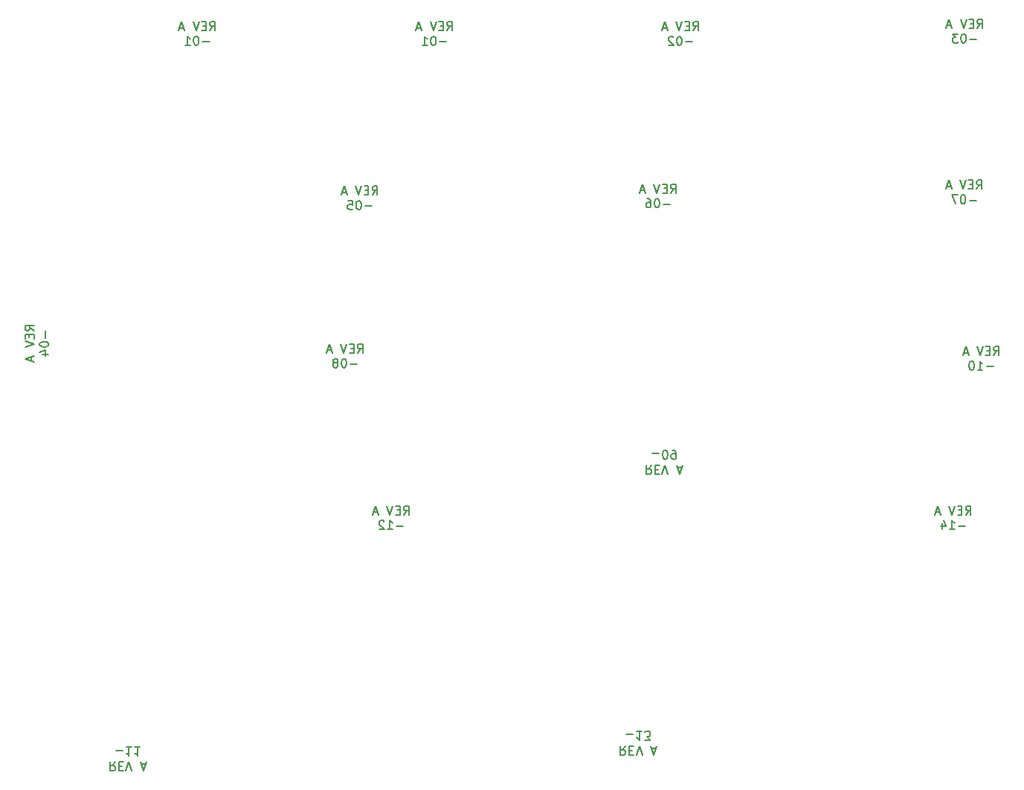
<source format=gbo>
G04 #@! TF.GenerationSoftware,KiCad,Pcbnew,(5.1.4)-1*
G04 #@! TF.CreationDate,2019-09-29T18:57:04-06:00*
G04 #@! TF.ProjectId,front_end,66726f6e-745f-4656-9e64-2e6b69636164,A*
G04 #@! TF.SameCoordinates,Original*
G04 #@! TF.FileFunction,Legend,Bot*
G04 #@! TF.FilePolarity,Positive*
%FSLAX46Y46*%
G04 Gerber Fmt 4.6, Leading zero omitted, Abs format (unit mm)*
G04 Created by KiCad (PCBNEW (5.1.4)-1) date 2019-09-29 18:57:04*
%MOMM*%
%LPD*%
G04 APERTURE LIST*
%ADD10C,0.152400*%
G04 APERTURE END LIST*
D10*
X237546952Y-133086320D02*
X237208285Y-133570130D01*
X236966380Y-133086320D02*
X236966380Y-134102320D01*
X237353428Y-134102320D01*
X237450190Y-134053940D01*
X237498571Y-134005559D01*
X237546952Y-133908797D01*
X237546952Y-133763654D01*
X237498571Y-133666892D01*
X237450190Y-133618511D01*
X237353428Y-133570130D01*
X236966380Y-133570130D01*
X237982380Y-133618511D02*
X238321047Y-133618511D01*
X238466190Y-133086320D02*
X237982380Y-133086320D01*
X237982380Y-134102320D01*
X238466190Y-134102320D01*
X238756476Y-134102320D02*
X239095142Y-133086320D01*
X239433809Y-134102320D01*
X240498190Y-133376606D02*
X240982000Y-133376606D01*
X240401428Y-133086320D02*
X240740095Y-134102320D01*
X241078761Y-133086320D01*
X237595333Y-131796968D02*
X238369428Y-131796968D01*
X239046761Y-132425920D02*
X239143523Y-132425920D01*
X239240285Y-132377540D01*
X239288666Y-132329159D01*
X239337047Y-132232397D01*
X239385428Y-132038873D01*
X239385428Y-131796968D01*
X239337047Y-131603444D01*
X239288666Y-131506682D01*
X239240285Y-131458301D01*
X239143523Y-131409920D01*
X239046761Y-131409920D01*
X238950000Y-131458301D01*
X238901619Y-131506682D01*
X238853238Y-131603444D01*
X238804857Y-131796968D01*
X238804857Y-132038873D01*
X238853238Y-132232397D01*
X238901619Y-132329159D01*
X238950000Y-132377540D01*
X239046761Y-132425920D01*
X239869238Y-131409920D02*
X240062761Y-131409920D01*
X240159523Y-131458301D01*
X240207904Y-131506682D01*
X240304666Y-131651825D01*
X240353047Y-131845349D01*
X240353047Y-132232397D01*
X240304666Y-132329159D01*
X240256285Y-132377540D01*
X240159523Y-132425920D01*
X239966000Y-132425920D01*
X239869238Y-132377540D01*
X239820857Y-132329159D01*
X239772476Y-132232397D01*
X239772476Y-131990492D01*
X239820857Y-131893730D01*
X239869238Y-131845349D01*
X239966000Y-131796968D01*
X240159523Y-131796968D01*
X240256285Y-131845349D01*
X240304666Y-131893730D01*
X240353047Y-131990492D01*
X167236019Y-117793372D02*
X166752209Y-117454705D01*
X167236019Y-117212800D02*
X166220019Y-117212800D01*
X166220019Y-117599848D01*
X166268400Y-117696610D01*
X166316780Y-117744991D01*
X166413542Y-117793372D01*
X166558685Y-117793372D01*
X166655447Y-117744991D01*
X166703828Y-117696610D01*
X166752209Y-117599848D01*
X166752209Y-117212800D01*
X166703828Y-118228800D02*
X166703828Y-118567467D01*
X167236019Y-118712610D02*
X167236019Y-118228800D01*
X166220019Y-118228800D01*
X166220019Y-118712610D01*
X166220019Y-119002896D02*
X167236019Y-119341562D01*
X166220019Y-119680229D01*
X166945733Y-120744610D02*
X166945733Y-121228420D01*
X167236019Y-120647848D02*
X166220019Y-120986515D01*
X167236019Y-121325181D01*
X168525371Y-117841753D02*
X168525371Y-118615848D01*
X167896419Y-119293181D02*
X167896419Y-119389943D01*
X167944800Y-119486705D01*
X167993180Y-119535086D01*
X168089942Y-119583467D01*
X168283466Y-119631848D01*
X168525371Y-119631848D01*
X168718895Y-119583467D01*
X168815657Y-119535086D01*
X168864038Y-119486705D01*
X168912419Y-119389943D01*
X168912419Y-119293181D01*
X168864038Y-119196420D01*
X168815657Y-119148039D01*
X168718895Y-119099658D01*
X168525371Y-119051277D01*
X168283466Y-119051277D01*
X168089942Y-119099658D01*
X167993180Y-119148039D01*
X167944800Y-119196420D01*
X167896419Y-119293181D01*
X168235085Y-120502705D02*
X168912419Y-120502705D01*
X167848038Y-120260800D02*
X168573752Y-120018896D01*
X168573752Y-120647848D01*
X176505512Y-166890480D02*
X176166845Y-167374290D01*
X175924940Y-166890480D02*
X175924940Y-167906480D01*
X176311988Y-167906480D01*
X176408750Y-167858100D01*
X176457131Y-167809719D01*
X176505512Y-167712957D01*
X176505512Y-167567814D01*
X176457131Y-167471052D01*
X176408750Y-167422671D01*
X176311988Y-167374290D01*
X175924940Y-167374290D01*
X176940940Y-167422671D02*
X177279607Y-167422671D01*
X177424750Y-166890480D02*
X176940940Y-166890480D01*
X176940940Y-167906480D01*
X177424750Y-167906480D01*
X177715036Y-167906480D02*
X178053702Y-166890480D01*
X178392369Y-167906480D01*
X179456750Y-167180766D02*
X179940560Y-167180766D01*
X179359988Y-166890480D02*
X179698655Y-167906480D01*
X180037321Y-166890480D01*
X176553893Y-165601128D02*
X177327988Y-165601128D01*
X178343988Y-165214080D02*
X177763417Y-165214080D01*
X178053702Y-165214080D02*
X178053702Y-166230080D01*
X177956940Y-166084938D01*
X177860179Y-165988176D01*
X177763417Y-165939795D01*
X179311607Y-165214080D02*
X178731036Y-165214080D01*
X179021321Y-165214080D02*
X179021321Y-166230080D01*
X178924560Y-166084938D01*
X178827798Y-165988176D01*
X178731036Y-165939795D01*
X209314739Y-138768439D02*
X209653406Y-138284629D01*
X209895311Y-138768439D02*
X209895311Y-137752439D01*
X209508263Y-137752439D01*
X209411501Y-137800820D01*
X209363120Y-137849200D01*
X209314739Y-137945962D01*
X209314739Y-138091105D01*
X209363120Y-138187867D01*
X209411501Y-138236248D01*
X209508263Y-138284629D01*
X209895311Y-138284629D01*
X208879311Y-138236248D02*
X208540644Y-138236248D01*
X208395501Y-138768439D02*
X208879311Y-138768439D01*
X208879311Y-137752439D01*
X208395501Y-137752439D01*
X208105215Y-137752439D02*
X207766549Y-138768439D01*
X207427882Y-137752439D01*
X206363501Y-138478153D02*
X205879692Y-138478153D01*
X206460263Y-138768439D02*
X206121596Y-137752439D01*
X205782930Y-138768439D01*
X209266358Y-140057791D02*
X208492263Y-140057791D01*
X207476263Y-140444839D02*
X208056834Y-140444839D01*
X207766549Y-140444839D02*
X207766549Y-139428839D01*
X207863311Y-139573981D01*
X207960072Y-139670743D01*
X208056834Y-139719124D01*
X207089215Y-139525600D02*
X207040834Y-139477220D01*
X206944072Y-139428839D01*
X206702168Y-139428839D01*
X206605406Y-139477220D01*
X206557025Y-139525600D01*
X206508644Y-139622362D01*
X206508644Y-139719124D01*
X206557025Y-139864267D01*
X207137596Y-140444839D01*
X206508644Y-140444839D01*
X234595572Y-165093240D02*
X234256905Y-165577050D01*
X234015000Y-165093240D02*
X234015000Y-166109240D01*
X234402048Y-166109240D01*
X234498810Y-166060860D01*
X234547191Y-166012479D01*
X234595572Y-165915717D01*
X234595572Y-165770574D01*
X234547191Y-165673812D01*
X234498810Y-165625431D01*
X234402048Y-165577050D01*
X234015000Y-165577050D01*
X235031000Y-165625431D02*
X235369667Y-165625431D01*
X235514810Y-165093240D02*
X235031000Y-165093240D01*
X235031000Y-166109240D01*
X235514810Y-166109240D01*
X235805096Y-166109240D02*
X236143762Y-165093240D01*
X236482429Y-166109240D01*
X237546810Y-165383526D02*
X238030620Y-165383526D01*
X237450048Y-165093240D02*
X237788715Y-166109240D01*
X238127381Y-165093240D01*
X234643953Y-163803888D02*
X235418048Y-163803888D01*
X236434048Y-163416840D02*
X235853477Y-163416840D01*
X236143762Y-163416840D02*
X236143762Y-164432840D01*
X236047000Y-164287698D01*
X235950239Y-164190936D01*
X235853477Y-164142555D01*
X236772715Y-164432840D02*
X237401667Y-164432840D01*
X237063000Y-164045793D01*
X237208143Y-164045793D01*
X237304905Y-163997412D01*
X237353286Y-163949031D01*
X237401667Y-163852269D01*
X237401667Y-163610364D01*
X237353286Y-163513602D01*
X237304905Y-163465221D01*
X237208143Y-163416840D01*
X236917858Y-163416840D01*
X236821096Y-163465221D01*
X236772715Y-163513602D01*
X273310597Y-138768439D02*
X273649264Y-138284629D01*
X273891169Y-138768439D02*
X273891169Y-137752439D01*
X273504121Y-137752439D01*
X273407359Y-137800820D01*
X273358978Y-137849200D01*
X273310597Y-137945962D01*
X273310597Y-138091105D01*
X273358978Y-138187867D01*
X273407359Y-138236248D01*
X273504121Y-138284629D01*
X273891169Y-138284629D01*
X272875169Y-138236248D02*
X272536502Y-138236248D01*
X272391359Y-138768439D02*
X272875169Y-138768439D01*
X272875169Y-137752439D01*
X272391359Y-137752439D01*
X272101073Y-137752439D02*
X271762407Y-138768439D01*
X271423740Y-137752439D01*
X270359359Y-138478153D02*
X269875550Y-138478153D01*
X270456121Y-138768439D02*
X270117454Y-137752439D01*
X269778788Y-138768439D01*
X273262216Y-140057791D02*
X272488121Y-140057791D01*
X271472121Y-140444839D02*
X272052692Y-140444839D01*
X271762407Y-140444839D02*
X271762407Y-139428839D01*
X271859169Y-139573981D01*
X271955930Y-139670743D01*
X272052692Y-139719124D01*
X270601264Y-139767505D02*
X270601264Y-140444839D01*
X270843169Y-139380458D02*
X271085073Y-140106172D01*
X270456121Y-140106172D01*
X239714667Y-102112739D02*
X240053334Y-101628929D01*
X240295239Y-102112739D02*
X240295239Y-101096739D01*
X239908191Y-101096739D01*
X239811429Y-101145120D01*
X239763048Y-101193500D01*
X239714667Y-101290262D01*
X239714667Y-101435405D01*
X239763048Y-101532167D01*
X239811429Y-101580548D01*
X239908191Y-101628929D01*
X240295239Y-101628929D01*
X239279239Y-101580548D02*
X238940572Y-101580548D01*
X238795429Y-102112739D02*
X239279239Y-102112739D01*
X239279239Y-101096739D01*
X238795429Y-101096739D01*
X238505143Y-101096739D02*
X238166477Y-102112739D01*
X237827810Y-101096739D01*
X236763429Y-101822453D02*
X236279620Y-101822453D01*
X236860191Y-102112739D02*
X236521524Y-101096739D01*
X236182858Y-102112739D01*
X239666286Y-103402091D02*
X238892191Y-103402091D01*
X238214858Y-102773139D02*
X238118096Y-102773139D01*
X238021334Y-102821520D01*
X237972953Y-102869900D01*
X237924572Y-102966662D01*
X237876191Y-103160186D01*
X237876191Y-103402091D01*
X237924572Y-103595615D01*
X237972953Y-103692377D01*
X238021334Y-103740758D01*
X238118096Y-103789139D01*
X238214858Y-103789139D01*
X238311620Y-103740758D01*
X238360000Y-103692377D01*
X238408381Y-103595615D01*
X238456762Y-103402091D01*
X238456762Y-103160186D01*
X238408381Y-102966662D01*
X238360000Y-102869900D01*
X238311620Y-102821520D01*
X238214858Y-102773139D01*
X237005334Y-102773139D02*
X237198858Y-102773139D01*
X237295620Y-102821520D01*
X237344000Y-102869900D01*
X237440762Y-103015043D01*
X237489143Y-103208567D01*
X237489143Y-103595615D01*
X237440762Y-103692377D01*
X237392381Y-103740758D01*
X237295620Y-103789139D01*
X237102096Y-103789139D01*
X237005334Y-103740758D01*
X236956953Y-103692377D01*
X236908572Y-103595615D01*
X236908572Y-103353710D01*
X236956953Y-103256948D01*
X237005334Y-103208567D01*
X237102096Y-103160186D01*
X237295620Y-103160186D01*
X237392381Y-103208567D01*
X237440762Y-103256948D01*
X237489143Y-103353710D01*
X205751253Y-102326419D02*
X206089920Y-101842609D01*
X206331825Y-102326419D02*
X206331825Y-101310419D01*
X205944777Y-101310419D01*
X205848015Y-101358800D01*
X205799634Y-101407180D01*
X205751253Y-101503942D01*
X205751253Y-101649085D01*
X205799634Y-101745847D01*
X205848015Y-101794228D01*
X205944777Y-101842609D01*
X206331825Y-101842609D01*
X205315825Y-101794228D02*
X204977158Y-101794228D01*
X204832015Y-102326419D02*
X205315825Y-102326419D01*
X205315825Y-101310419D01*
X204832015Y-101310419D01*
X204541729Y-101310419D02*
X204203063Y-102326419D01*
X203864396Y-101310419D01*
X202800015Y-102036133D02*
X202316206Y-102036133D01*
X202896777Y-102326419D02*
X202558110Y-101310419D01*
X202219444Y-102326419D01*
X205702872Y-103615771D02*
X204928777Y-103615771D01*
X204251444Y-102986819D02*
X204154682Y-102986819D01*
X204057920Y-103035200D01*
X204009539Y-103083580D01*
X203961158Y-103180342D01*
X203912777Y-103373866D01*
X203912777Y-103615771D01*
X203961158Y-103809295D01*
X204009539Y-103906057D01*
X204057920Y-103954438D01*
X204154682Y-104002819D01*
X204251444Y-104002819D01*
X204348206Y-103954438D01*
X204396586Y-103906057D01*
X204444967Y-103809295D01*
X204493348Y-103615771D01*
X204493348Y-103373866D01*
X204444967Y-103180342D01*
X204396586Y-103083580D01*
X204348206Y-103035200D01*
X204251444Y-102986819D01*
X202993539Y-102986819D02*
X203477348Y-102986819D01*
X203525729Y-103470628D01*
X203477348Y-103422247D01*
X203380586Y-103373866D01*
X203138682Y-103373866D01*
X203041920Y-103422247D01*
X202993539Y-103470628D01*
X202945158Y-103567390D01*
X202945158Y-103809295D01*
X202993539Y-103906057D01*
X203041920Y-103954438D01*
X203138682Y-104002819D01*
X203380586Y-104002819D01*
X203477348Y-103954438D01*
X203525729Y-103906057D01*
X204073947Y-120326419D02*
X204412614Y-119842609D01*
X204654519Y-120326419D02*
X204654519Y-119310419D01*
X204267471Y-119310419D01*
X204170709Y-119358800D01*
X204122328Y-119407180D01*
X204073947Y-119503942D01*
X204073947Y-119649085D01*
X204122328Y-119745847D01*
X204170709Y-119794228D01*
X204267471Y-119842609D01*
X204654519Y-119842609D01*
X203638519Y-119794228D02*
X203299852Y-119794228D01*
X203154709Y-120326419D02*
X203638519Y-120326419D01*
X203638519Y-119310419D01*
X203154709Y-119310419D01*
X202864423Y-119310419D02*
X202525757Y-120326419D01*
X202187090Y-119310419D01*
X201122709Y-120036133D02*
X200638900Y-120036133D01*
X201219471Y-120326419D02*
X200880804Y-119310419D01*
X200542138Y-120326419D01*
X204025566Y-121615771D02*
X203251471Y-121615771D01*
X202574138Y-120986819D02*
X202477376Y-120986819D01*
X202380614Y-121035200D01*
X202332233Y-121083580D01*
X202283852Y-121180342D01*
X202235471Y-121373866D01*
X202235471Y-121615771D01*
X202283852Y-121809295D01*
X202332233Y-121906057D01*
X202380614Y-121954438D01*
X202477376Y-122002819D01*
X202574138Y-122002819D01*
X202670900Y-121954438D01*
X202719280Y-121906057D01*
X202767661Y-121809295D01*
X202816042Y-121615771D01*
X202816042Y-121373866D01*
X202767661Y-121180342D01*
X202719280Y-121083580D01*
X202670900Y-121035200D01*
X202574138Y-120986819D01*
X201654900Y-121422247D02*
X201751661Y-121373866D01*
X201800042Y-121325485D01*
X201848423Y-121228723D01*
X201848423Y-121180342D01*
X201800042Y-121083580D01*
X201751661Y-121035200D01*
X201654900Y-120986819D01*
X201461376Y-120986819D01*
X201364614Y-121035200D01*
X201316233Y-121083580D01*
X201267852Y-121180342D01*
X201267852Y-121228723D01*
X201316233Y-121325485D01*
X201364614Y-121373866D01*
X201461376Y-121422247D01*
X201654900Y-121422247D01*
X201751661Y-121470628D01*
X201800042Y-121519009D01*
X201848423Y-121615771D01*
X201848423Y-121809295D01*
X201800042Y-121906057D01*
X201751661Y-121954438D01*
X201654900Y-122002819D01*
X201461376Y-122002819D01*
X201364614Y-121954438D01*
X201316233Y-121906057D01*
X201267852Y-121809295D01*
X201267852Y-121615771D01*
X201316233Y-121519009D01*
X201364614Y-121470628D01*
X201461376Y-121422247D01*
X187251147Y-83593819D02*
X187589814Y-83110009D01*
X187831719Y-83593819D02*
X187831719Y-82577819D01*
X187444671Y-82577819D01*
X187347909Y-82626200D01*
X187299528Y-82674580D01*
X187251147Y-82771342D01*
X187251147Y-82916485D01*
X187299528Y-83013247D01*
X187347909Y-83061628D01*
X187444671Y-83110009D01*
X187831719Y-83110009D01*
X186815719Y-83061628D02*
X186477052Y-83061628D01*
X186331909Y-83593819D02*
X186815719Y-83593819D01*
X186815719Y-82577819D01*
X186331909Y-82577819D01*
X186041623Y-82577819D02*
X185702957Y-83593819D01*
X185364290Y-82577819D01*
X184299909Y-83303533D02*
X183816100Y-83303533D01*
X184396671Y-83593819D02*
X184058004Y-82577819D01*
X183719338Y-83593819D01*
X187202766Y-84883171D02*
X186428671Y-84883171D01*
X185751338Y-84254219D02*
X185654576Y-84254219D01*
X185557814Y-84302600D01*
X185509433Y-84350980D01*
X185461052Y-84447742D01*
X185412671Y-84641266D01*
X185412671Y-84883171D01*
X185461052Y-85076695D01*
X185509433Y-85173457D01*
X185557814Y-85221838D01*
X185654576Y-85270219D01*
X185751338Y-85270219D01*
X185848100Y-85221838D01*
X185896480Y-85173457D01*
X185944861Y-85076695D01*
X185993242Y-84883171D01*
X185993242Y-84641266D01*
X185944861Y-84447742D01*
X185896480Y-84350980D01*
X185848100Y-84302600D01*
X185751338Y-84254219D01*
X184445052Y-85270219D02*
X185025623Y-85270219D01*
X184735338Y-85270219D02*
X184735338Y-84254219D01*
X184832100Y-84399361D01*
X184928861Y-84496123D01*
X185025623Y-84544504D01*
X214251147Y-83609059D02*
X214589814Y-83125249D01*
X214831719Y-83609059D02*
X214831719Y-82593059D01*
X214444671Y-82593059D01*
X214347909Y-82641440D01*
X214299528Y-82689820D01*
X214251147Y-82786582D01*
X214251147Y-82931725D01*
X214299528Y-83028487D01*
X214347909Y-83076868D01*
X214444671Y-83125249D01*
X214831719Y-83125249D01*
X213815719Y-83076868D02*
X213477052Y-83076868D01*
X213331909Y-83609059D02*
X213815719Y-83609059D01*
X213815719Y-82593059D01*
X213331909Y-82593059D01*
X213041623Y-82593059D02*
X212702957Y-83609059D01*
X212364290Y-82593059D01*
X211299909Y-83318773D02*
X210816100Y-83318773D01*
X211396671Y-83609059D02*
X211058004Y-82593059D01*
X210719338Y-83609059D01*
X214202766Y-84898411D02*
X213428671Y-84898411D01*
X212751338Y-84269459D02*
X212654576Y-84269459D01*
X212557814Y-84317840D01*
X212509433Y-84366220D01*
X212461052Y-84462982D01*
X212412671Y-84656506D01*
X212412671Y-84898411D01*
X212461052Y-85091935D01*
X212509433Y-85188697D01*
X212557814Y-85237078D01*
X212654576Y-85285459D01*
X212751338Y-85285459D01*
X212848100Y-85237078D01*
X212896480Y-85188697D01*
X212944861Y-85091935D01*
X212993242Y-84898411D01*
X212993242Y-84656506D01*
X212944861Y-84462982D01*
X212896480Y-84366220D01*
X212848100Y-84317840D01*
X212751338Y-84269459D01*
X211445052Y-85285459D02*
X212025623Y-85285459D01*
X211735338Y-85285459D02*
X211735338Y-84269459D01*
X211832100Y-84414601D01*
X211928861Y-84511363D01*
X212025623Y-84559744D01*
X276506147Y-120596002D02*
X276844814Y-120112192D01*
X277086719Y-120596002D02*
X277086719Y-119580002D01*
X276699671Y-119580002D01*
X276602909Y-119628383D01*
X276554528Y-119676763D01*
X276506147Y-119773525D01*
X276506147Y-119918668D01*
X276554528Y-120015430D01*
X276602909Y-120063811D01*
X276699671Y-120112192D01*
X277086719Y-120112192D01*
X276070719Y-120063811D02*
X275732052Y-120063811D01*
X275586909Y-120596002D02*
X276070719Y-120596002D01*
X276070719Y-119580002D01*
X275586909Y-119580002D01*
X275296623Y-119580002D02*
X274957957Y-120596002D01*
X274619290Y-119580002D01*
X273554909Y-120305716D02*
X273071100Y-120305716D01*
X273651671Y-120596002D02*
X273313004Y-119580002D01*
X272974338Y-120596002D01*
X276457766Y-121885354D02*
X275683671Y-121885354D01*
X274667671Y-122272402D02*
X275248242Y-122272402D01*
X274957957Y-122272402D02*
X274957957Y-121256402D01*
X275054719Y-121401544D01*
X275151480Y-121498306D01*
X275248242Y-121546687D01*
X274038719Y-121256402D02*
X273941957Y-121256402D01*
X273845195Y-121304783D01*
X273796814Y-121353163D01*
X273748433Y-121449925D01*
X273700052Y-121643449D01*
X273700052Y-121885354D01*
X273748433Y-122078878D01*
X273796814Y-122175640D01*
X273845195Y-122224021D01*
X273941957Y-122272402D01*
X274038719Y-122272402D01*
X274135480Y-122224021D01*
X274183861Y-122175640D01*
X274232242Y-122078878D01*
X274280623Y-121885354D01*
X274280623Y-121643449D01*
X274232242Y-121449925D01*
X274183861Y-121353163D01*
X274135480Y-121304783D01*
X274038719Y-121256402D01*
X274554327Y-101672027D02*
X274892994Y-101188217D01*
X275134899Y-101672027D02*
X275134899Y-100656027D01*
X274747851Y-100656027D01*
X274651089Y-100704408D01*
X274602708Y-100752788D01*
X274554327Y-100849550D01*
X274554327Y-100994693D01*
X274602708Y-101091455D01*
X274651089Y-101139836D01*
X274747851Y-101188217D01*
X275134899Y-101188217D01*
X274118899Y-101139836D02*
X273780232Y-101139836D01*
X273635089Y-101672027D02*
X274118899Y-101672027D01*
X274118899Y-100656027D01*
X273635089Y-100656027D01*
X273344803Y-100656027D02*
X273006137Y-101672027D01*
X272667470Y-100656027D01*
X271603089Y-101381741D02*
X271119280Y-101381741D01*
X271699851Y-101672027D02*
X271361184Y-100656027D01*
X271022518Y-101672027D01*
X274505946Y-102961379D02*
X273731851Y-102961379D01*
X273054518Y-102332427D02*
X272957756Y-102332427D01*
X272860994Y-102380808D01*
X272812613Y-102429188D01*
X272764232Y-102525950D01*
X272715851Y-102719474D01*
X272715851Y-102961379D01*
X272764232Y-103154903D01*
X272812613Y-103251665D01*
X272860994Y-103300046D01*
X272957756Y-103348427D01*
X273054518Y-103348427D01*
X273151280Y-103300046D01*
X273199660Y-103251665D01*
X273248041Y-103154903D01*
X273296422Y-102961379D01*
X273296422Y-102719474D01*
X273248041Y-102525950D01*
X273199660Y-102429188D01*
X273151280Y-102380808D01*
X273054518Y-102332427D01*
X272377184Y-102332427D02*
X271699851Y-102332427D01*
X272135280Y-103348427D01*
X274615907Y-83326419D02*
X274954574Y-82842609D01*
X275196479Y-83326419D02*
X275196479Y-82310419D01*
X274809431Y-82310419D01*
X274712669Y-82358800D01*
X274664288Y-82407180D01*
X274615907Y-82503942D01*
X274615907Y-82649085D01*
X274664288Y-82745847D01*
X274712669Y-82794228D01*
X274809431Y-82842609D01*
X275196479Y-82842609D01*
X274180479Y-82794228D02*
X273841812Y-82794228D01*
X273696669Y-83326419D02*
X274180479Y-83326419D01*
X274180479Y-82310419D01*
X273696669Y-82310419D01*
X273406383Y-82310419D02*
X273067717Y-83326419D01*
X272729050Y-82310419D01*
X271664669Y-83036133D02*
X271180860Y-83036133D01*
X271761431Y-83326419D02*
X271422764Y-82310419D01*
X271084098Y-83326419D01*
X274567526Y-84615771D02*
X273793431Y-84615771D01*
X273116098Y-83986819D02*
X273019336Y-83986819D01*
X272922574Y-84035200D01*
X272874193Y-84083580D01*
X272825812Y-84180342D01*
X272777431Y-84373866D01*
X272777431Y-84615771D01*
X272825812Y-84809295D01*
X272874193Y-84906057D01*
X272922574Y-84954438D01*
X273019336Y-85002819D01*
X273116098Y-85002819D01*
X273212860Y-84954438D01*
X273261240Y-84906057D01*
X273309621Y-84809295D01*
X273358002Y-84615771D01*
X273358002Y-84373866D01*
X273309621Y-84180342D01*
X273261240Y-84083580D01*
X273212860Y-84035200D01*
X273116098Y-83986819D01*
X272438764Y-83986819D02*
X271809812Y-83986819D01*
X272148479Y-84373866D01*
X272003336Y-84373866D01*
X271906574Y-84422247D01*
X271858193Y-84470628D01*
X271809812Y-84567390D01*
X271809812Y-84809295D01*
X271858193Y-84906057D01*
X271906574Y-84954438D01*
X272003336Y-85002819D01*
X272293621Y-85002819D01*
X272390383Y-84954438D01*
X272438764Y-84906057D01*
X242251147Y-83609059D02*
X242589814Y-83125249D01*
X242831719Y-83609059D02*
X242831719Y-82593059D01*
X242444671Y-82593059D01*
X242347909Y-82641440D01*
X242299528Y-82689820D01*
X242251147Y-82786582D01*
X242251147Y-82931725D01*
X242299528Y-83028487D01*
X242347909Y-83076868D01*
X242444671Y-83125249D01*
X242831719Y-83125249D01*
X241815719Y-83076868D02*
X241477052Y-83076868D01*
X241331909Y-83609059D02*
X241815719Y-83609059D01*
X241815719Y-82593059D01*
X241331909Y-82593059D01*
X241041623Y-82593059D02*
X240702957Y-83609059D01*
X240364290Y-82593059D01*
X239299909Y-83318773D02*
X238816100Y-83318773D01*
X239396671Y-83609059D02*
X239058004Y-82593059D01*
X238719338Y-83609059D01*
X242202766Y-84898411D02*
X241428671Y-84898411D01*
X240751338Y-84269459D02*
X240654576Y-84269459D01*
X240557814Y-84317840D01*
X240509433Y-84366220D01*
X240461052Y-84462982D01*
X240412671Y-84656506D01*
X240412671Y-84898411D01*
X240461052Y-85091935D01*
X240509433Y-85188697D01*
X240557814Y-85237078D01*
X240654576Y-85285459D01*
X240751338Y-85285459D01*
X240848100Y-85237078D01*
X240896480Y-85188697D01*
X240944861Y-85091935D01*
X240993242Y-84898411D01*
X240993242Y-84656506D01*
X240944861Y-84462982D01*
X240896480Y-84366220D01*
X240848100Y-84317840D01*
X240751338Y-84269459D01*
X240025623Y-84366220D02*
X239977242Y-84317840D01*
X239880480Y-84269459D01*
X239638576Y-84269459D01*
X239541814Y-84317840D01*
X239493433Y-84366220D01*
X239445052Y-84462982D01*
X239445052Y-84559744D01*
X239493433Y-84704887D01*
X240074004Y-85285459D01*
X239445052Y-85285459D01*
M02*

</source>
